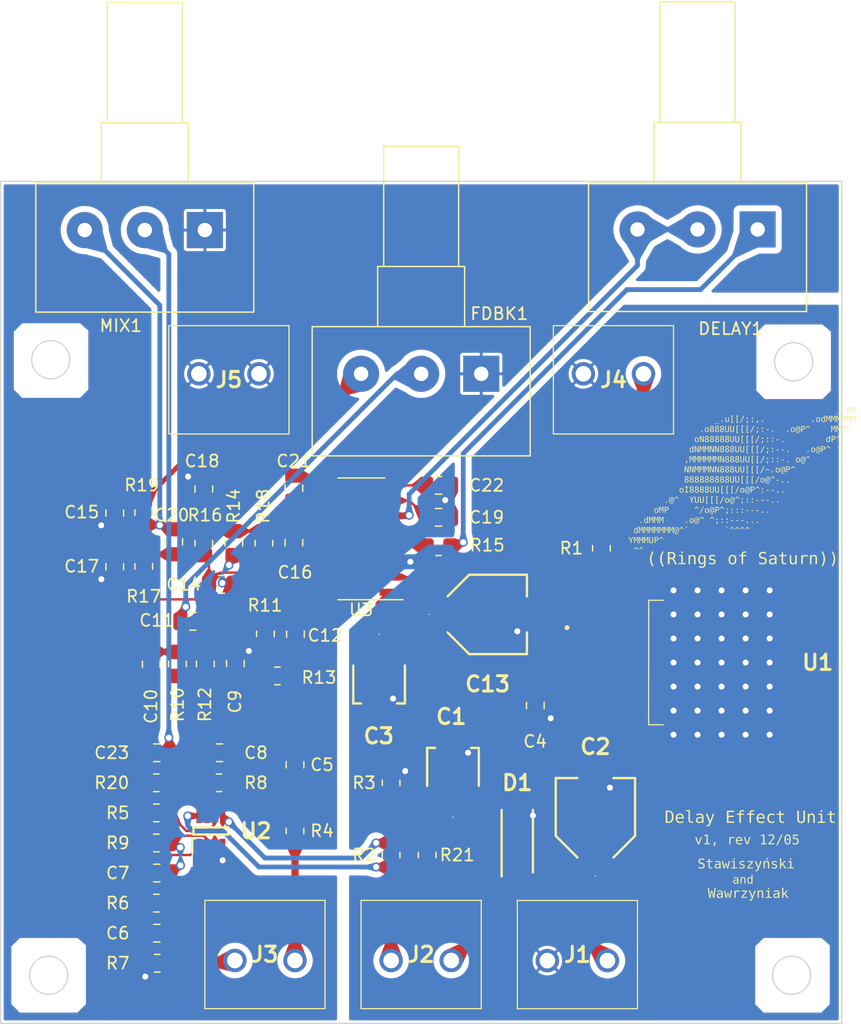
<source format=kicad_pcb>
(kicad_pcb (version 20221018) (generator pcbnew)
  (layers (0 "F.Cu" signal) (31 "B.Cu" signal) (34 "B.Paste" user) (35 "F.Paste" user) (36 "B.SilkS" user "B.Silkscreen") (37 "F.SilkS" user "F.Silkscreen") (38 "B.Mask" user) (39 "F.Mask" user) (44 "Edge.Cuts" user))
  (net 0 "")
  (net 1 "/V_B")
  (net 2 "0")
  (net 3 "/+LED")
  (net 4 "/REG_OUT")
  (net 5 "Net-(C5-Pad1)")
  (net 6 "Net-(C5-Pad2)")
  (net 7 "/INPUT")
  (net 8 "Net-(C6-Pad2)")
  (net 9 "Net-(U2A--)")
  (net 10 "/SIGNAL_CLEAN")
  (net 11 "Net-(U2B--)")
  (net 12 "Net-(C9-Pad1)")
  (net 13 "Net-(C10-Pad1)")
  (net 14 "Net-(C11-Pad1)")
  (net 15 "Net-(C11-Pad2)")
  (net 16 "Net-(U3-LPF1-IN)")
  (net 17 "Net-(U3-LPF1-OUT)")
  (net 18 "Net-(U3-REF)")
  (net 19 "Net-(U3-LPF2-OUT)")
  (net 20 "Net-(U3-LPF2-IN)")
  (net 21 "Net-(C15-Pad1)")
  (net 22 "Net-(U3-OP2-OUT)")
  (net 23 "Net-(U3-OP2-IN)")
  (net 24 "Net-(C17-Pad2)")
  (net 25 "Net-(C18-Pad2)")
  (net 26 "Net-(U3-CC1)")
  (net 27 "Net-(C20-Pad2)")
  (net 28 "Net-(U3-OP1-IN)")
  (net 29 "Net-(U3-OP1-OUT)")
  (net 30 "Net-(U3-CC0)")
  (net 31 "Net-(C23-Pad1)")
  (net 32 "/SIGNAL_WET")
  (net 33 "/-LED")
  (net 34 "Net-(D2-A)")
  (net 35 "Net-(DELAY1-Pad1)")
  (net 36 "Net-(U3-VCO)")
  (net 37 "/OUTPUT")
  (net 38 "VDD")
  (net 39 "Net-(U3-DGND)")
  (footprint "Resistor_SMD:R_0805_2012Metric_Pad1.20x1.40mm_HandSolder" (layer "F.Cu") (at 131.911 100.075 -90)
    (fp_text reference "R16")
    (fp_text value "10k" hide)
  )
  (footprint "Resistor_SMD:R_0805_2012Metric_Pad1.20x1.40mm_HandSolder" (layer "F.Cu") (at 165 100.5 -90)
    (fp_text reference "R1")
    (fp_text value "33" hide)
  )
  (footprint "Capacitor_SMD:C_0805_2012Metric_Pad1.18x1.45mm_HandSolder" (layer "F.Cu") (at 128 127.5 180)
    (fp_text reference "C7")
    (fp_text value "47pF" hide)
  )
  (footprint "Terminal:TB00150002BE" (layer "F.Cu") (at 136.5 86 180)
    (fp_text reference "J5")
    (fp_text value "IO_Ground_Terminal_01x02" hide)
  )
  (footprint "Capacitor_SMD:C_0805_2012Metric_Pad1.18x1.45mm_HandSolder" (layer "F.Cu") (at 151.4485 97.9275)
    (fp_text reference "C19")
    (fp_text value "100nF" hide)
  )
  (footprint "Capacitor_SMD:C_0805_2012Metric_Pad1.18x1.45mm_HandSolder" (layer "F.Cu") (at 139.5375 107.65 -90)
    (fp_text reference "C12")
    (fp_text value "2n2" hide)
  )
  (footprint "Resistor_SMD:R_0805_2012Metric_Pad1.20x1.40mm_HandSolder" (layer "F.Cu") (at 126.911 97.5375 -90)
    (fp_text reference "R19")
    (fp_text value "2k" hide)
  )
  (footprint "Resistor_SMD:R_0805_2012Metric_Pad1.20x1.40mm_HandSolder" (layer "F.Cu") (at 127.9625 125 180)
    (fp_text reference "R9")
    (fp_text value "360k" hide)
  )
  (footprint "Resistor_SMD:R_0805_2012Metric_Pad1.20x1.40mm_HandSolder" (layer "F.Cu") (at 138.0375 111.1125)
    (fp_text reference "R13")
    (fp_text value "10k" hide)
  )
  (footprint "Package_SO:SOIC-16_3.9x9.9mm_P1.27mm" (layer "F.Cu") (at 145.025 99.7165 180)
    (fp_text reference "U3")
    (fp_text value "PT2399")
  )
  (footprint "Resistor_SMD:R_0805_2012Metric_Pad1.20x1.40mm_HandSolder" (layer "F.Cu") (at 136.911 100.075 -90)
    (fp_text reference "R18")
    (fp_text value "10k" hide)
  )
  (footprint "Resistor_SMD:R_0805_2012Metric_Pad1.20x1.40mm_HandSolder" (layer "F.Cu") (at 151.439979 100.3715 180)
    (fp_text reference "R15")
    (fp_text value "2k7" hide)
  )
  (footprint "Capacitor_SMD:C_0805_2012Metric_Pad1.18x1.45mm_HandSolder" (layer "F.Cu") (at 139.411 100.0375 90)
    (fp_text reference "C16")
    (fp_text value "100nF" hide)
  )
  (footprint "Diodes:TB00150002BE" (layer "F.Cu") (at 147.5 134.7715)
    (fp_text reference "J2")
    (fp_text value "LED_Socket_01x02" hide)
  )
  (footprint "Capacitor_SMD:C_0805_2012Metric_Pad1.18x1.45mm_HandSolder" (layer "F.Cu") (at 129.411 99.9625 90)
    (fp_text reference "C20")
    (fp_text value "1uF" hide)
  )
  (footprint "Terminal:TB00150002BE" (layer "F.Cu") (at 168.5 86 180)
    (fp_text reference "J4")
    (fp_text value "Power_Supply_Terminal_01x02" hide)
  )
  (footprint "Resistor_SMD:R_0805_2012Metric_Pad1.20x1.40mm_HandSolder" (layer "F.Cu") (at 133.175 119.997 180)
    (fp_text reference "R8")
    (fp_text value "12k" hide)
  )
  (footprint "Resistor_SMD:R_0805_2012Metric_Pad1.20x1.40mm_HandSolder" (layer "F.Cu") (at 134.411 100.075 90)
    (fp_text reference "R14")
    (fp_text value "20k" hide)
  )
  (footprint "Potentiometer_THT:Potentiometer_Alps_RK163_Single_Horizontal" (layer "F.Cu") (at 155 86 -90)
    (fp_text reference "FDBK1")
    (fp_text value "50kB")
  )
  (footprint "Resistor_SMD:R_0805_2012Metric_Pad1.20x1.40mm_HandSolder" (layer "F.Cu") (at 127.9625 122.5)
    (fp_text reference "R5")
    (fp_text value "22k" hide)
  )
  (footprint "Capacitor_SMD:C_0805_2012Metric_Pad1.18x1.45mm_HandSolder" (layer "F.Cu") (at 133.3735 103.5 180)
    (fp_text reference "C14")
    (fp_text value "2n2" hide)
  )
  (footprint "Capacitor:EEE1AA101SP" (layer "F.Cu") (at 155.5 106)
    (fp_text reference "C13")
    (fp_text value "47uF" hide)
  )
  (footprint "Ic:SOT65P280X110-8N" (layer "F.Cu") (at 132.5 124 90)
    (fp_text reference "U2")
    (fp_text value "TL072" hide)
  )
  (footprint "Capacitor_SMD:C_0805_2012Metric_Pad1.18x1.45mm_HandSolder" (layer "F.Cu") (at 128 117.5 180)
    (fp_text reference "C23")
    (fp_text value "1uF" hide)
  )
  (footprint "Capacitor_SMD:C_0805_2012Metric_Pad1.18x1.45mm_HandSolder" (layer "F.Cu") (at 124.5 97.575 -90)
    (fp_text reference "C15")
    (fp_text value "47nF" hide)
  )
  (footprint "Resistor_SMD:R_0805_2012Metric_Pad1.20x1.40mm_HandSolder" (layer "F.Cu") (at 127.9625 130)
    (fp_text reference "R6")
    (fp_text value "180k" hide)
  )
  (footprint "Resistor_SMD:R_0805_2012Metric_Pad1.20x1.40mm_HandSolder" (layer "F.Cu") (at 139.5 124 -90)
    (fp_text reference "R4")
    (fp_text value "1k" hide)
  )
  (footprint "Capacitor:EEE1AA220WR" (layer "F.Cu") (at 146.5 111.25 -90)
    (fp_text reference "C3")
    (fp_text value "10uF" hide)
  )
  (footprint "Capacitor_SMD:C_0805_2012Metric_Pad1.18x1.45mm_HandSolder" (layer "F.Cu") (at 124.5 102.0375 90)
    (fp_text reference "C17")
    (fp_text value "10nF" hide)
  )
  (footprint "Resistor_SMD:R_0805_2012Metric_Pad1.20x1.40mm_HandSolder" (layer "F.Cu") (at 132.0375 110.1125 90)
    (fp_text reference "R12")
    (fp_text value "5k1" hide)
  )
  (footprint "Resistor_SMD:R_0805_2012Metric_Pad1.20x1.40mm_HandSolder" (layer "F.Cu") (at 150.5 126 90)
    (fp_text reference "R21")
    (fp_text value "4k7" hide)
  )
  (footprint "Capacitor_SMD:C_0805_2012Metric_Pad1.18x1.45mm_HandSolder" (layer "F.Cu") (at 131 106.575 180)
    (fp_text reference "C11")
    (fp_text value "22nF" hide)
  )
  (footprint "Diodes:DIOM5226X240N" (layer "F.Cu") (at 158 124.85 90)
    (fp_text reference "D1")
    (fp_text value "1N4001" hide)
  )
  (footprint "Capacitor_SMD:C_0805_2012Metric_Pad1.18x1.45mm_HandSolder" (layer "F.Cu") (at 131.911 95.575 -90)
    (fp_text reference "C18")
    (fp_text value "15nF" hide)
  )
  (footprint "Resistor_SMD:R_0805_2012Metric_Pad1.20x1.40mm_HandSolder" (layer "F.Cu") (at 128.0375 135 180)
    (fp_text reference "R7")
    (fp_text value "1M" hide)
  )
  (footprint "Capacitor_SMD:C_0805_2012Metric_Pad1.18x1.45mm_HandSolder" (layer "F.Cu") (at 139.411 95.504 90)
    (fp_text reference "C21")
    (fp_text value "100nF" hide)
  )
  (footprint "Ic:L7805CD2T" (layer "F.Cu") (at 170.138 110 -90)
    (fp_text reference "U1")
    (fp_text value "L7805" hide)
  )
  (footprint "Terminal:TB00150002BE" (layer "F.Cu") (at 134.5 134.7695)
    (fp_text reference "J3")
    (fp_text value "Footswitch_Terminal_Signal_01x02" hide)
  )
  (footprint "Resistor_SMD:R_0805_2012Metric_Pad1.20x1.40mm_HandSolder" (layer "F.Cu") (at 129.718 110.1125 90)
    (fp_text reference "R10")
    (fp_text value "10k" hide)
  )
  (footprint "Resistor_SMD:R_0805_2012Metric_Pad1.20x1.40mm_HandSolder" (layer "F.Cu") (at 147.5 120 90)
    (fp_text reference "R3")
    (fp_text value "10k" hide)
  )
  (footprint "Resistor_SMD:R_0805_2012Metric_Pad1.20x1.40mm_HandSolder" (layer "F.Cu") (at 127.9625 120 180)
    (fp_text reference "R20")
    (fp_text value "20k" hide)
  )
  (footprint "Capacitor:EEE1AA220WR" (layer "F.Cu") (at 152.64856 119.25 90)
    (fp_text reference "C1")
    (fp_text value "10uF" hide)
  )
  (footprint "Resistor_SMD:R_0805_2012Metric_Pad1.20x1.40mm_HandSolder" (layer "F.Cu") (at 126.911 102 90)
    (fp_text reference "R17")
    (fp_text value "1k" hide)
  )
  (footprint "Capacitor_SMD:C_0805_2012Metric_Pad1.18x1.45mm_HandSolder" (layer "F.Cu") (at 159.5 113.5775 -90)
    (fp_text reference "C4")
    (fp_text value "100nF" hide)
  )
  (footprint "Capacitor_SMD:C_0805_2012Metric_Pad1.18x1.45mm_HandSolder" (layer "F.Cu") (at 133.2125 117.5 180)
    (fp_text reference "C8")
    (fp_text value "100pF" hide)
  )
  (footprint "Capacitor_SMD:C_0805_2012Metric_Pad1.18x1.45mm_HandSolder" (layer "F.Cu") (at 134.5375 110.075 90)
    (fp_text reference "C9")
    (fp_text value "4n7" hide)
  )
  (footprint "Capacitor_SMD:C_0805_2012Metric_Pad1.18x1.45mm_HandSolder" (layer "F.Cu") (at 151.4485 95.2715)
    (fp_text reference "C22")
    (fp_text value "100nF" hide)
  )
  (footprint "Capacitor_SMD:C_0805_2012Metric_Pad1.18x1.45mm_HandSolder" (layer "F.Cu") (at 128 132.5 180)
    (fp_text reference "C6")
    (fp_text value "22nF" hide)
  )
  (footprint "Capacitor:EEE1AA101SP" (layer "F.Cu") (at 164.5 122.9055 90)
    (fp_text reference "C2")
    (fp_text value "100uF" hide)
  )
  (footprint "Potentiometer_THT:Potentiometer_Alps_RK163_Single_Horizontal" (layer "F.Cu") (at 132 74.05 -90)
    (fp_text reference "MIX1")
    (fp_text value "50kB")
  )
  (footprint "Terminal:TB00150002BE" (layer "F.Cu") (at 160.5 134.7795)
    (fp_text reference "J1")
    (fp_text value "Footswitch_Terminal_01x02" hide)
  )
  (footprint "Capacitor_SMD:C_0805_2012Metric_Pad1.18x1.45mm_HandSolder" (layer "F.Cu") (at 139.5 118.5 -90)
    (fp_text reference "C5")
    (fp_text value "1uF" hide)
  )
  (footprint "Capacitor_SMD:C_0805_2012Metric_Pad1.18x1.45mm_HandSolder" (layer "F.Cu") (at 127.5375 110.15 -90)
    (fp_text reference "C10")
    (fp_text value "1uF" hide)
  )
  (footprint "Potentiometer_THT:Potentiometer_Alps_RK163_Single_Horizontal" (layer "F.Cu") (at 178 74 -90)
    (fp_text reference "DELAY1")
    (fp_text value "50kB")
  )
  (footprint "Resistor_SMD:R_0805_2012Metric_Pad1.20x1.40mm_HandSolder" (layer "F.Cu") (at 147.5 126 -90)
    (fp_text reference "R2")
    (fp_text value "10k" hide)
  )
  (footprint "Resistor_SMD:R_0805_2012Metric_Pad1.20x1.40mm_HandSolder" (layer "F.Cu") (at 137.0375 107.6125 90)
    (fp_text reference "R11")
    (fp_text value "10k" hide)
  )
  (gr_circle (center 181 85) (end 182.5875 85) (stroke (width 0.1)) (fill none) (layer "Edge.Cuts"))
  (gr_circle (center 119.175 84.825) (end 120.7625 84.825) (stroke (width 0.1)) (fill none) (layer "Edge.Cuts"))
  (gr_line (start 115 70) (end 115 140) (stroke (width 0.1)) (layer "Edge.Cuts"))
  (gr_line (start 115 140) (end 185 140) (stroke (width 0.1)) (layer "Edge.Cuts"))
  (gr_line (start 185 140) (end 185 70) (stroke (width 0.1)) (layer "Edge.Cuts"))
  (gr_circle (center 180.825 136) (end 182.4125 136) (stroke (width 0.1)) (fill none) (layer "Edge.Cuts"))
  (gr_circle (center 119 136) (end 120.5875 136) (stroke (width 0.1)) (fill none) (layer "Edge.Cuts"))
  (gr_line (start 185 70) (end 115 70) (stroke (width 0.1)) (layer "Edge.Cuts"))
  (gr_text "Delay Effect Unit" (at 170.25 123.5) (layer "F.SilkS") (effects (font (size 1 1)) (justify left bottom)))
  (gr_text "Wawrzyniak" (at 173.849548 129.7) (layer "F.SilkS") (effects (font (size 0.8 0.8)) (justify left bottom)))
  (gr_text "Stawiszyński" (at 173 127.25) (layer "F.SilkS") (effects (font (size 0.8 0.8)) (justify left bottom)))
  (gr_text "and" (at 175.9 128.5) (layer "F.SilkS") (effects (font (size 0.7 0.7)) (justify left bottom)))
  (gr_text "                                         _.oo.\n                 _.u[[/;:,.         .odMMMMMM'\n              .o888UU[[[/;:-.  .o@P^    MMM^\n             oN88888UU[[[/;::-.        dP^\n            dNMMNN888UU[[[/;:--.   .o@P^\n           ,MMMMMMN888UU[[/;::-. o@^\n           NNMMMNN888UU[[[/~.o@P^\n           888888888UU[[[/o@^-..\n          oI8888UU[[[/o@P^:--..\n       .@^  YUU[[[/o@^;::---..\n     oMP     ^/o@P^;:::---..\n  .dMMM    .o@^ ^;::---...\n dMMMMMMM@^`       `^^^^\nYMMMUP^\n ^^" (at 167.25 101) (layer "F.SilkS") (effects (font (size 0.5 0.5) (thickness 0.0625)) (justify left bottom)))
  (gr_text "((Rings of Saturn))" (at 168.75 102) (layer "F.SilkS") (effects (font (size 1 1)) (justify left bottom)))
  (gr_text "v1, rev 12/05" (at 172.75 125.25) (layer "F.SilkS") (effects (font (size 0.8 0.8)) (justify left bottom)))
  (segment (start 133.475 122.75) (end 133.5 122.75) (width 0.4) (layer "F.Cu") (net 1))
  (segment (start 133.475 123.7) (end 132.825 124.35) (width 0.2) (layer "F.Cu") (net 1))
  (segment (start 133.5 122.75) (end 134 123.25) (width 0.4) (layer "F.Cu") (net 1))
  (segment (start 147.5 121) (end 152.64856 121) (width 0.6) (layer "F.Cu") (net 1))
  (segment (start 147.5 125) (end 146.25 125) (width 0.4) (layer "F.Cu") (net 1))
  (segment (start 133.475 122.75) (end 133.475 123.7) (width 0.2) (layer "F.Cu") (net 1))
  (segment (start 147.5 125) (end 147.5 121) (width 0.6) (layer "F.Cu") (net 1))
  (segment (start 132.825 124.35) (end 132.825 125.25) (width 0.2) (layer "F.Cu") (net 1))
  (via (at 134 123.25) (size 0.75) (drill 0.5) (layers "F.Cu" "B.Cu") (net 1))
  (via (at 146.25 125) (size 0.75) (drill 0.5) (layers "F.Cu" "B.Cu") (net 1))
  (segment (start 145 126.25) (end 137 126.25) (width 0.4) (layer "B.Cu") (net 1))
  (segment (start 146.25 125) (end 145 126.25) (width 0.4) (layer "B.Cu") (net 1))
  (segment (start 137 126.25) (end 134 123.25) (width 0.4) (layer "B.Cu") (net 1))
  (segment (start 133.475 126.437735) (end 133.478803 126.441538) (width 0.4) (layer "F.Cu") (net 2))
  (segment (start 147.5 101.6215) (end 149.099385 101.6215) (width 0.4) (layer "F.Cu") (net 2))
  (segment (start 131.911 94.5375) (end 130.605384 94.5375) (width 0.4) (layer "F.Cu") (net 2))
  (segment (start 130.605384 94.5375) (end 130.601923 94.540961) (width 0.4) (layer "F.Cu") (net 2))
  (segment (start 160.758365 114.615) (end 160.777884 114.634519) (width 0.4) (layer "F.Cu") (net 2))
  (segment (start 159.282116 122.7) (end 159.3 122.717884) (width 0.4) (layer "F.Cu") (net 2))
  (segment (start 152.64856 117.5) (end 153.9 117.5) (width 0.4) (layer "F.Cu") (net 2))
  (segment (start 158 122.7) (end 159.282116 122.7) (width 0.4) (layer "F.Cu") (net 2))
  (segment (start 147.5 119) (end 148.64625 119) (width 0.4) (layer "F.Cu") (net 2))
  (segment (start 127.0375 135) (end 127.0375 136.109165) (width 0.4) (layer "F.Cu") (net 2))
  (segment (start 158 106) (end 158 107.4) (width 0.4) (layer "F.Cu") (net 2))
  (segment (start 159.5 114.615) (end 160.758365 114.615) (width 0.4) (layer "F.Cu") (net 2))
  (segment (start 124.5 98.6125) (end 123.391923 98.6125) (width 0.4) (layer "F.Cu") (net 2))
  (segment (start 124.5 103.075) (end 123.385672 103.075) (width 0.4) (layer "F.Cu") (net 2))
  (segment (start 149.099385 101.6215) (end 149.1 101.622115) (width 0.4) (layer "F.Cu") (net 2))
  (segment (start 148.64625 119) (end 148.672211 119.025961) (width 0.4) (layer "F.Cu") (net 2))
  (segment (start 135.6575 109.0375) (end 135.66173 109.04173) (width 0.4) (layer "F.Cu") (net 2))
  (segment (start 146.5 113) (end 147.660576 113) (width 0.4) (layer "F.Cu") (net 2))
  (segment (start 147.660576 113) (end 147.66173 112.998846) (width 0.4) (layer "F.Cu") (net 2))
  (segment (start 152.486 96.5) (end 152.486 97.9275) (width 0.4) (layer "F.Cu") (net 2))
  (segment (start 164.5 120.4055) (end 165.701807 120.4055) (width 0.4) (layer "F.Cu") (net 2))
  (segment (start 152.486 96.5) (end 152 96.5) (width 0.4) (layer "F.Cu") (net 2))
  (segment (start 133.475 125.25) (end 133.475 126.437735) (width 0.4) (layer "F.Cu") (net 2))
  (segment (start 165.701807 120.4055) (end 165.705288 120.402019) (width 0.4) (layer "F.Cu") (net 2))
  (segment (start 134.5375 109.0375) (end 135.6575 109.0375) (width 0.4) (layer "F.Cu") (net 2))
  (segment (start 127.0375 136.109165) (end 127.036153 136.110512) (width 0.4) (layer "F.Cu") (net 2))
  (segment (start 152.486 95.2715) (end 152.486 96.5) (width 0.4) (layer "F.Cu") (net 2))
  (segment (start 123.385672 103.075) (end 123.384519 103.076153) (width 0.4) (layer "F.Cu") (net 2))
  (segment (start 123.391923 98.6125) (end 123.374038 98.594615) (width 0.4) (layer "F.Cu") (net 2))
  (segment (start 159.126731 122.7) (end 159.144615 122.717884) (width 0.4) (layer "F.Cu") (net 2))
  (segment (start 149.292269 101.6215) (end 149.292884 101.622115) (width 0.4) (layer "F.Cu") (net 2))
  (via (at 135.66173 109.04173) (size 0.75) (drill 0.5) (layers "F.Cu" "B.Cu") (net 2))
  (via (at 175 108) (size 0.75) (drill 0.5) (layers "F.Cu" "B.Cu") (net 2))
  (via (at 173 106) (size 0.75) (drill 0.5) (layers "F.Cu" "B.Cu") (net 2))
  (via (at 153.9 117.5) (size 0.75) (drill 0.5) (layers "F.Cu" "B.Cu") (net 2))
  (via (at 158 107.4) (size 0.75) (drill 0.5) (layers "F.Cu" "B.Cu") (net 2))
  (via (at 179 112) (size 0.75) (drill 0.5) (layers "F.Cu" "B.Cu") (net 2))
  (via (at 171 112) (size 0.75) (drill 0.5) (layers "F.Cu" "B.Cu") (net 2))
  (via (at 171 116) (size 0.75) (drill 0.5) (layers "F.Cu" "B.Cu") (net 2))
  (via (at 177 108) (size 0.75) (drill 0.5) (layers "F.Cu" "B.Cu") (net 2))
  (via (at 171 110) (size 0.75) (drill 0.5) (layers "F.Cu" "B.Cu") (net 2))
  (via (at 173 108) (size 0.75) (drill 0.5) (layers "F.Cu" "B.Cu") (net 2))
  (via (at 149.1 101.622115) (size 0.75) (drill 0.5) (layers "F.Cu" "B.Cu") (net 2))
  (via (at 177 116) (size 0.75) (drill 0.5) (layers "F.Cu" "B.Cu") (net 2))
  (via (at 123.374038 98.594615) (size 0.75) (drill 0.5) (layers "F.Cu" "B.Cu") (net 2))
  (via (at 179 110) (size 0.75) (drill 0.5) (layers "F.Cu" "B.Cu") (net 2))
  (via (at 175 114) (size 0.75) (drill 0.5) (layers "F.Cu" "B.Cu") (net 2))
  (via (at 133.478803 126.441538) (size 0.75) (drill 0.5) (layers "F.Cu" "B.Cu") (net 2))
  (via (at 130.601923 94.540961) (size 0.75) (drill 0.5) (layers "F.Cu" "B.Cu") (net 2))
  (via (at 173 114) (size 0.75) (drill 0.5) (layers "F.Cu" "B.Cu") (net 2))
  (via (at 127.036153 136.110512) (size 0.75) (drill 0.5) (layers "F.Cu" "B.Cu") (net 2))
  (via (at 179 106) (size 0.75) (drill 0.5) (layers "F.Cu" "B.Cu") (net 2))
  (via (at 171 108) (size 0.75) (drill 0.5) (layers "F.Cu" "B.Cu") (net 2))
  (via (at 177 106) (size 0.75) (drill 0.5) (layers "F.Cu" "B.Cu") (net 2))
  (via (at 179 116) (size 0.75) (drill 0.5) (layers "F.Cu" "B.Cu") (net 2))
  (via (at 175 112) (size 0.75) (drill 0.5) (layers "F.Cu" "B.Cu") (net 2))
  (via (at 171 106) (size 0.75) (drill 0.5) (layers "F.Cu" "B.Cu") (net 2))
  (via (at 152 96.5) (size 0.75) (drill 0.5) (layers "F.Cu" "B.Cu") (net 2))
  (via (at 177 114) (size 0.75) (drill 0.5) (layers "F.Cu" "B.Cu") (net 2))
  (via (at 179 108) (size 0.75) (drill 0.5) (layers "F.Cu" "B.Cu") (net 2))
  (via (at 171 114) (size 0.75) (drill 0.5) (layers "F.Cu" "B.Cu") (net 2))
  (via (at 179 114) (size 0.75) (drill 0.5) (layers "F.Cu" "B.Cu") (net 2))
  (via (at 175 104) (size 0.75) (drill 0.5) (layers "F.Cu" "B.Cu") (net 2))
  (via (at 173 110) (size 0.75) (drill 0.5) (layers "F.Cu" "B.Cu") (net 2))
  (via (at 173 116) (size 0.75) (drill 0.5) (layers "F.Cu" "B.Cu") (net 2))
  (via (at 173 104) (size 0.75) (drill 0.5) (layers "F.Cu" "B.Cu") (net 2))
  (via (at 179 104) (size 0.75) (drill 0.5) (layers "F.Cu" "B.Cu") (net 2))
  (via (at 165.705288 120.402019) (size 0.75) (drill 0.5) (layers "F.Cu" "B.Cu") (net 2))
  (via (at 148.672211 119.025961) (size 0.75) (drill 0.5) (layers "F.Cu" "B.Cu") (net 2))
  (via (at 175 110) (size 0.75) (drill 0.5) (layers "F.Cu" "B.Cu") (net 2))
  (via (at 123.384519 103.076153) (size 0.75) (drill 0.5) (layers "F.Cu" "B.Cu") (net 2))
  (via (at 175 116) (size 0.75) (drill 0.5) (layers "F.Cu" "B.Cu") (net 2))
  (via (at 159.3 122.717884) (size 0.75) (drill 0.5) (layers "F.Cu" "B.Cu") (net 2))
  (via (at 173 112) (size 0.75) (drill 0.5) (layers "F.Cu" "B.Cu") (net 2))
  (via (at 177 112) (size 0.75) (drill 0.5) (layers "F.Cu" "B.Cu") (net 2))
  (via (at 177 104) (size 0.75) (drill 0.5) (layers "F.Cu" "B.Cu") (net 2))
  (via (at 175 106) (size 0.75) (drill 0.5) (layers "F.Cu" "B.Cu") (net 2))
  (via (at 160.777884 114.634519) (size 0.75) (drill 0.5) (layers "F.Cu" "B.Cu") (net 2))
  (via (at 171 104) (size 0.75) (drill 0.5) (layers "F.Cu" "B.Cu") (net 2))
  (via (at 177 110) (size 0.75) (drill 0.5) (layers "F.Cu" "B.Cu") (net 2))
  (via (at 147.66173 112.998846) (size 0.75) (drill 0.5) (layers "F.Cu" "B.Cu") (net 2))
  (segment (start 165 107.46) (end 168 110.46) (width 0.6) (layer "F.Cu") (net 3))
  (segment (start 147.5 134.7715) (end 147.5 127) (width 0.6) (layer "F.Cu") (net 3))
  (segment (start 130.581537 122.75) (end 130.575961 122.755576) (width 0.4) (layer "F.Cu") (net 3))
  (segment (start 162.9055 127) (end 158 127) (width 0.6) (layer "F.Cu") (net 3))
  (segment (start 168 110.46) (end 168 121.9055) (width 0.6) (layer "F.Cu") (net 3))
  (segment (start 147.5 127) (end 146.25 127) (width 0.4) (layer "F.Cu") (net 3))
  (segment (start 164.5 125.4055) (end 162.9055 127) (width 0.6) (layer "F.Cu") (net 3))
  (segment (start 150.5 127) (end 158 127) (width 0.6) (layer "F.Cu") (net 3))
  (segment (start 165 101.5) (end 165 107.46) (width 0.6) (layer "F.Cu") (net 3))
  (segment (start 131.525 122.75) (end 130.581537 122.75) (width 0.4) (layer "F.Cu") (net 3))
  (segment (start 150.5 127) (end 147.5 127) (width 0.6) (layer "F.Cu") (net 3))
  (segment (start 168 121.9055) (end 164.5 125.4055) (width 0.6) (layer "F.Cu") (net 3))
  (via (at 130.575961 122.755576) (size 0.75) (drill 0.5) (layers "F.Cu" "B.Cu") (net 3))
  (via (at 146.25 127) (size 0.75) (drill 0.5) (layers "F.Cu" "B.Cu") (net 3))
  (segment (start 133.5 124) (end 136.5 127) (width 0.4) (layer "B.Cu") (net 3))
  (segment (start 131 124) (end 133.5 124) (width 0.4) (layer "B.Cu") (net 3))
  (segment (start 130.575961 123.575961) (end 131 124) (width 0.4) (layer "B.Cu") (net 3))
  (segment (start 136.5 127) (end 146.25 127) (width 0.4) (layer "B.Cu") (net 3))
  (segment (start 130.575961 122.755576) (end 130.575961 123.575961) (width 0.4) (layer "B.Cu") (net 3))
  (segment (start 149.54 112.54) (end 146.5 109.5) (width 0.6) (layer "F.Cu") (net 4))
  (segment (start 159.5 112.54) (end 149.54 112.54) (width 0.6) (layer "F.Cu") (net 4))
  (segment (start 165 112.54) (end 159.5 112.54) (width 0.6) (layer "F.Cu") (net 4))
  (segment (start 146.5 105.1615) (end 147.5 104.1615) (width 0.6) (layer "F.Cu") (net 4))
  (segment (start 146.5 109.5) (end 146.5 105.1615) (width 0.6) (layer "F.Cu") (net 4))
  (segment (start 138.0375 116) (end 133.675 116) (width 0.6) (layer "F.Cu") (net 5))
  (segment (start 132.175 119.997) (end 132.175 122.75) (width 0.2) (layer "F.Cu") (net 5))
  (segment (start 139.5 117.4625) (end 138.0375 116) (width 0.6) (layer "F.Cu") (net 5))
  (segment (start 132.175 119.997) (end 132.175 117.5) (width 0.2) (layer "F.Cu") (net 5))
  (segment (start 133.675 116) (end 132.175 117.5) (width 0.6) (layer "F.Cu") (net 5))
  (segment (start 139.5 123) (end 139.5 119.5375) (width 0.6) (layer "F.Cu") (net 6))
  (segment (start 134.2695 135) (end 134.5 134.7695) (width 0.6) (layer "F.Cu") (net 7))
  (segment (start 129.0375 135) (end 129.0375 132.5) (width 0.2) (layer "F.Cu") (net 7))
  (segment (start 129 135) (end 134.2695 135) (width 0.6) (layer "F.Cu") (net 7))
  (segment (start 126.9625 132.5) (end 126.9625 130) (width 0.2) (layer "F.Cu") (net 8))
  (segment (start 128.9625 125) (end 129.5625 124.4) (width 0.2) (layer "F.Cu") (net 9))
  (segment (start 129.575461 125) (end 129.950961 125.3755) (width 0.2) (layer "F.Cu") (net 9))
  (segment (start 128.9625 127.575) (end 129.0375 127.5) (width 0.2) (layer "F.Cu") (net 9))
  (segment (start 129.5625 124.4) (end 131.9 124.4) (width 0.2) (layer "F.Cu") (net 9))
  (segment (start 129.327307 127.5) (end 129.968846 126.858461) (width 0.2) (layer "F.Cu") (net 9))
  (segment (start 132.175 124.675) (end 132.175 125.25) (width 0.2) (layer "F.Cu") (net 9))
  (segment (start 131.9 124.4) (end 132.175 124.675) (width 0.2) (layer "F.Cu") (net 9))
  (segment (start 128.9625 130) (end 128.9625 127.575) (width 0.2) (layer "F.Cu") (net 9))
  (segment (start 129.0375 127.5) (end 129.327307 127.5) (width 0.2) (layer "F.Cu") (net 9))
  (segment (start 128.9625 125) (end 129.575461 125) (width 0.2) (layer "F.Cu") (net 9))
  (via (at 129.950961 125.3755) (size 0.75) (drill 0.5) (layers "F.Cu" "B.Cu") (net 9))
  (via (at 129.968846 126.858461) (size 0.75) (drill 0.5) (layers "F.Cu" "B.Cu") (net 9))
  (segment (start 129.968846 126.858461) (end 129.968846 125.393385) (width 0.2) (layer "B.Cu") (net 9))
  (segment (start 129.968846 125.393385) (end 129.950961 125.3755) (width 0.2) (layer "B.Cu") (net 9))
  (segment (start 125.643713 112.356287) (end 125.643713 121.181213) (width 0.2) (layer "F.Cu") (net 10))
  (segment (start 125.643713 121.181213) (end 126.9625 122.5) (width 0.2) (layer "F.Cu") (net 10))
  (segment (start 130.775 126) (end 127.9625 126) (width 0.2) (layer "F.Cu") (net 10))
  (segment (start 131.525 125.25) (end 130.775 126) (width 0.2) (layer "F.Cu") (net 10))
  (segment (start 126.9625 125) (end 126.9625 122.5) (width 0.2) (layer "F.Cu") (net 10))
  (segment (start 126.8125 111.1875) (end 125.643713 112.356287) (width 0.2) (layer "F.Cu") (net 10))
  (segment (start 127.5375 111.1875) (end 126.8125 111.1875) (width 0.2) (layer "F.Cu") (net 10))
  (segment (start 126.9625 127.5) (end 126.9625 126.25) (width 0.2) (layer "F.Cu") (net 10))
  (segment (start 126.9625 126.25) (end 126.9625 125) (width 0.2) (layer "F.Cu") (net 10))
  (segment (start 127.9625 126) (end 126.9625 125) (width 0.2) (layer "F.Cu") (net 10))
  (segment (start 134.25 119.922) (end 134.175 119.997) (width 0.2) (layer "F.Cu") (net 11))
  (segment (start 134.175 119.997) (end 132.825 121.347) (width 0.2) (layer "F.Cu") (net 11))
  (segment (start 134.25 117.5) (end 134.25 119.922) (width 0.2) (layer "F.Cu") (net 11))
  (segment (start 132.825 121.347) (end 132.825 122.75) (width 0.2) (layer "F.Cu") (net 11))
  (segment (start 128.9625 120) (end 128.9625 122.5) (width 0.2) (layer "F.Cu") (net 11))
  (segment (start 130.4625 124) (end 132.25 124) (width 0.2) (layer "F.Cu") (net 11))
  (segment (start 128.9625 122.5) (end 130.4625 124) (width 0.2) (layer "F.Cu") (net 11))
  (segment (start 132.825 123.425) (end 132.825 122.75) (width 0.2) (layer "F.Cu") (net 11))
  (segment (start 132.25 124) (end 132.825 123.425) (width 0.2) (layer "F.Cu") (net 11))
  (segment (start 129.718 111.1125) (end 137.0375 111.1125) (width 0.2) (layer "F.Cu") (net 12))
  (segment (start 137.0375 111.1125) (end 137.0375 108.6125) (width 0.2) (layer "F.Cu") (net 12))
  (segment (start 127.5375 109.1125) (end 129.718 109.1125) (width 0.2) (layer "F.Cu") (net 13))
  (segment (start 132.0375 106.575) (end 132.0375 109.1125) (width 0.2) (layer "F.Cu") (net 14))
  (segment (start 129.9625 105.821615) (end 130.409615 105.3745) (width 0.4) (layer "F.Cu") (net 15))
  (segment (start 129.9625 106.575) (end 129.9625 105.821615) (width 0.4) (layer "F.Cu") (net 15))
  (via (at 130.409615 105.3745) (size 0.75) (drill 0.5) (layers "F.Cu" "B.Cu") (net 15))
  (segment (start 148 86) (end 150 86) (width 0.4) (layer "B.Cu") (net 15))
  (segment (start 130.409615 103.590385) (end 148 86) (width 0.4) (layer "B.Cu") (net 15))
  (segment (start 130.409615 105.3745) (end 130.409615 103.590385) (width 0.4) (layer "B.Cu") (net 15))
  (segment (start 139.5375 106.6125) (end 140.099 106.6125) (width 0.2) (layer "F.Cu") (net 16))
  (segment (start 140.099 106.6125) (end 142.55 104.1615) (width 0.2) (layer "F.Cu") (net 16))
  (segment (start 137.0375 106.6125) (end 139.5375 106.6125) (width 0.2) (layer "F.Cu") (net 16))
  (segment (start 140.2625 108.6875) (end 144 104.95) (width 0.2) (layer "F.Cu") (net 17))
  (segment (start 139.0375 109.15) (end 139.5375 108.65) (width 0.2) (layer "F.Cu") (net 17))
  (segment (start 143.525 102.8915) (end 142.55 102.8915) (width 0.2) (layer "F.Cu") (net 17))
  (segment (start 144 104.95) (end 144 103.3665) (width 0.2) (layer "F.Cu") (net 17))
  (segment (start 139.0375 111.1125) (end 139.0375 109.15) (width 0.2) (layer "F.Cu") (net 17))
  (segment (start 144 103.3665) (end 143.525 102.8915) (width 0.2) (layer "F.Cu") (net 17))
  (segment (start 139.5375 108.6875) (end 140.2625 108.6875) (width 0.2) (layer "F.Cu") (net 17))
  (segment (start 149.8915 102.8915) (end 147.5 102.8915) (width 0.2) (layer "F.Cu") (net 18))
  (segment (start 153 106) (end 149.8915 102.8915) (width 0.2) (layer "F.Cu") (net 18))
  (segment (start 134 101.9005) (end 134 101.486) (width 0.2) (layer "F.Cu") (net 19))
  (segment (start 139.6965 103.5) (end 141.575 101.6215) (width 0.2) (layer "F.Cu") (net 19))
  (segment (start 134.411 103.5) (end 139.6965 103.5) (width 0.2) (layer "F.Cu") (net 19))
  (segment (start 126.911 103) (end 126.911 103.661) (width 0.2) (layer "F.Cu") (net 19))
  (segment (start 133.5605 103.5) (end 133.448 103.3875) (width 0.2) (layer "F.Cu") (net 19))
  (segment (start 141.575 101.6215) (end 142.55 101.6215) (width 0.2) (layer "F.Cu") (net 19))
  (segment (start 134.411 103.5) (end 133.5605 103.5) (width 0.2) (layer "F.Cu") (net 19))
  (segment (start 128 104.75) (end 133.161 104.75) (width 0.2) (layer "F.Cu") (net 19))
  (segment (start 134 101.486) (end 134.411 101.075) (width 0.2) (layer "F.Cu") (net 19))
  (segment (start 126.911 103.661) (end 128 104.75) (width 0.2) (layer "F.Cu") (net 19))
  (segment (start 133.161 104.75) (end 134.411 103.5) (width 0.2) (layer "F.Cu") (net 19))
  (via (at 134 101.9005) (size 0.75) (drill 0.5) (layers "F.Cu" "B.Cu") (net 19))
  (via (at 133.448 103.3875) (size 0.75) (drill 0.5) (layers "F.Cu" "B.Cu") (net 19))
  (segment (start 133.448 102.552) (end 134 102) (width 0.2) (layer "B.Cu") (net 19))
  (segment (start 133.448 103.3875) (end 133.448 102.552) (width 0.2) (layer "B.Cu") (net 19))
  (segment (start 134 102) (end 134 101.9005) (width 0.2) (layer "B.Cu") (net 19))
  (segment (start 132.336 103.5) (end 133.311 102.525) (width 0.2) (layer "F.Cu") (net 20))
  (segment (start 132.336 103.5) (end 132.336 103.25) (width 0.2) (layer "F.Cu") (net 20))
  (segment (start 132.336 103.5) (end 132.336 101.5) (width 0.2) (layer "F.Cu") (net 20))
  (segment (start 139.480608 102.525) (end 141.654108 100.3515) (width 0.2) (layer "F.Cu") (net 20))
  (segment (start 133.311 102.525) (end 139.480608 102.525) (width 0.2) (layer "F.Cu") (net 20))
  (segment (start 141.654108 100.3515) (end 142.55 100.3515) (width 0.2) (layer "F.Cu") (net 20))
  (segment (start 132.336 101.5) (end 131.911 101.075) (width 0.2) (layer "F.Cu") (net 20))
  (segment (start 126.911 96.5375) (end 130.6985 92.75) (width 0.4) (layer "F.Cu") (net 21))
  (segment (start 130.6985 92.75) (end 138.25 92.75) (width 0.4) (layer "F.Cu") (net 21))
  (segment (start 124.5 96.5375) (end 126.911 96.5375) (width 0.2) (layer "F.Cu") (net 21))
  (segment (start 138.25 92.75) (end 145 86) (width 0.4) (layer "F.Cu") (net 21))
  (segment (start 141.442 99.0815) (end 142.55 99.0815) (width 0.2) (layer "F.Cu") (net 22))
  (segment (start 139.411 101.1125) (end 141.442 99.0815) (width 0.2) (layer "F.Cu") (net 22))
  (segment (start 136.911 101.075) (end 139.411 101.075) (width 0.2) (layer "F.Cu") (net 22))
  (segment (start 140.637 97.8115) (end 142.55 97.8115) (width 0.2) (layer "F.Cu") (net 23))
  (segment (start 139.411 99.0375) (end 140.637 97.8115) (width 0.2) (layer "F.Cu") (net 23))
  (segment (start 124.5 101) (end 126.911 101) (width 0.2) (layer "F.Cu") (net 24))
  (segment (start 126.911 101) (end 129.411 101) (width 0.2) (layer "F.Cu") (net 24))
  (segment (start 131.911 99.075) (end 134.411 99.075) (width 0.2) (layer "F.Cu") (net 25))
  (segment (start 131.911 99.075) (end 131.911 96.6125) (width 0.2) (layer "F.Cu") (net 25))
  (segment (start 134.411 99.075) (end 136.911 99.075) (width 0.2) (layer "F.Cu") (net 25))
  (segment (start 150.411 97.9275) (end 149.025 96.5415) (width 0.2) (layer "F.Cu") (net 26))
  (segment (start 149.025 96.5415) (end 147.5 96.5415) (width 0.2) (layer "F.Cu") (net 26))
  (segment (start 126.911 98.575) (end 128.25 98.575) (width 0.2) (layer "F.Cu") (net 27))
  (segment (start 129.061 98.575) (end 129.411 98.925) (width 0.2) (layer "F.Cu") (net 27))
  (segment (start 128.25 98.575) (end 129.061 98.575) (width 0.2) (layer "F.Cu") (net 27))
  (via (at 128.25 98.575) (size 0.75) (drill 0.5) (layers "F.Cu" "B.Cu") (net 27))
  (segment (start 128.25 80.3) (end 128.25 98.575) (width 0.4) (layer "B.Cu") (net 27))
  (segment (start 122 74.05) (end 128.25 80.3) (width 0.4) (layer "B.Cu") (net 27))
  (segment (start 139.411 96.5415) (end 142.55 96.5415) (width 0.2) (layer "F.Cu") (net 28))
  (segment (start 141.745 94.4665) (end 142.55 95.2715) (width 0.2) (layer "F.Cu") (net 29))
  (segment (start 139.411 94.4665) (end 141.745 94.4665) (width 0.2) (layer "F.Cu") (net 29))
  (segment (start 150.411 95.2715) (end 147.5 95.2715) (width 0.2) (layer "F.Cu") (net 30))
  (segment (start 129.0375 117.5) (end 129.0375 116.2875) (width 0.4) (layer "F.Cu") (net 31))
  (segment (start 129.0375 117.5) (end 129.0375 117.2875) (width 0.4) (layer "F.Cu") (net 31))
  (segment (start 129.0375 116.2875) (end 129 116.25) (width 0.4) (layer "F.Cu") (net 31))
  (segment (start 129.0375 117.2875) (end 129 117.25) (width 0.4) (layer "F.Cu") (net 31))
  (via (at 129 116.25) (size 0.75) (drill 0.5) (layers "F.Cu" "B.Cu") (net 31))
  (segment (start 129 76.05) (end 127 74.05) (width 0.4) (layer "B.Cu") (net 31))
  (segment (start 129 116.25) (end 129 76.05) (width 0.4) (layer "B.Cu") (net 31))
  (segment (start 126.9625 120) (end 126.9625 117.5) (width 0.2) (layer "F.Cu") (net 32))
  (segment (start 152.5 134.7715) (end 154.5215 132.75) (width 0.6) (layer "F.Cu") (net 33))
  (segment (start 165.5 134.7795) (end 165.5295 134.7795) (width 0.6) (layer "F.Cu") (net 33))
  (segment (start 154.5215 132.75) (end 163.4705 132.75) (width 0.6) (layer "F.Cu") (net 33))
  (segment (start 163.4705 132.75) (end 165.5 134.7795) (width 0.6) (layer "F.Cu") (net 33))
  (segment (start 165.5295 134.7795) (end 165.75 135) (width 0.6) (layer "F.Cu") (net 33))
  (segment (start 152.439979 100.3715) (end 153.1285 100.3715) (width 0.4) (layer "F.Cu") (net 35))
  (segment (start 178 74.111479) (end 178 74) (width 0.4) (layer "F.Cu") (net 35))
  (segment (start 153.1285 100.3715) (end 153.5 100) (width 0.4) (layer "F.Cu") (net 35))
  (via (at 153.5 100) (size 0.75) (drill 0.5) (layers "F.Cu" "B.Cu") (net 35))
  (segment (start 173.25 79) (end 178 74.25) (width 0.4) (layer "B.Cu") (net 35))
  (segment (start 153.5 100) (end 153.5 92.625) (width 0.4) (layer "B.Cu") (net 35))
  (segment (start 178 74.25) (end 178 74) (width 0.4) (layer "B.Cu") (net 35))
  (segment (start 153.5 92.625) (end 167.125 79) (width 0.4) (layer "B.Cu") (net 35))
  (segment (start 167.125 79) (end 173.25 79) (width 0.4) (layer "B.Cu") (net 35))
  (segment (start 148.9385 97.8115) (end 149 97.75) (width 0.4) (layer "F.Cu") (net 36))
  (segment (start 147.5 97.8115) (end 148.9385 97.8115) (width 0.4) (layer "F.Cu") (net 36))
  (via (at 149 97.75) (size 0.75) (drill 0.5) (layers "F.Cu" "B.Cu") (net 36))
  (segment (start 168 77) (end 168 74) (width 0.4) (layer "B.Cu") (net 36))
  (segment (start 149 97.75) (end 149 96) (width 0.4) (layer "B.Cu") (net 36))
  (segment (start 168 74) (end 173 74) (width 0.4) (layer "B.Cu") (net 36))
  (segment (start 149 96) (end 168 77) (width 0.4) (layer "B.Cu") (net 36))
  (segment (start 139.5 134.7695) (end 139.5 125) (width 0.6) (layer "F.Cu") (net 37))
  (segment (start 168.5 86) (end 168.5 96) (width 0.6) (layer "F.Cu") (net 38))
  (segment (start 168.5 96) (end 165 99.5) (width 0.6) (layer "F.Cu") (net 38))
  (segment (start 147.52 100.3715) (end 147.5 100.3515) (width 0.2) (layer "F.Cu") (net 39))
  (segment (start 150.439979 100.3715) (end 147.52 100.3715) (width 0.2) (layer "F.Cu") (net 39))
  (zone (net 0) (net_name "") (layer "B.Cu") (connect_pads (clearance 0)) (min_thickness 0.25)
    (keepout (tracks allowed) (vias allowed) (pads allowed) (copperpour not_allowed) (footprints allowed))
    (fill (thermal_gap 0.5) (thermal_bridge_width 0.5))
    (polygon (pts (xy 143 139.75) (xy 144 139.75) (xy 144 107.25) (xy 143 107.25)))
  )
  (zone (net 0) (net_name "") (layer "B.Cu") (connect_pads (clearance 0)) (min_thickness 0.25)
    (keepout (tracks allowed) (vias allowed) (pads allowed) (copperpour not_allowed) (footprints allowed))
    (fill (thermal_gap 0.5) (thermal_bridge_width 0.5))
    (polygon (pts (xy 131 127) (xy 130.5 126.75) (xy 130.5 124.5) (xy 131 124.5)))
  )
  (zone (net 0) (net_name "") (layer "B.Cu") (connect_pads (clearance 0)) (min_thickness 0.25)
    (keepout (tracks allowed) (vias allowed) (pads allowed) (copperpour not_allowed) (footprints allowed))
    (fill (thermal_gap 0.5) (thermal_bridge_width 0.5))
    (polygon (pts (xy 148.6 101) (xy 150.4 99.6) (xy 153 99.6) (xy 153 100.2) (xy 150.6 100.2) (xy 149.5 101)))
  )
  (zone (net 0) (net_name "") (layer "B.Cu") (connect_pads (clearance 0)) (min_thickness 0.25)
    (keepout (tracks allowed) (vias allowed) (pads allowed) (copperpour not_allowed) (footprints allowed))
    (fill (thermal_gap 0.5) (thermal_bridge_width 0.5))
    (polygon (pts (xy 143 107.25) (xy 148.6 102.25) (xy 149.5 102.25) (xy 144 107.25)))
  )
  (zone (net 0) (net_name "") (layer "B.Cu") (connect_pads (clearance 0)) (min_thickness 0.25)
    (keepout (tracks allowed) (vias allowed) (pads allowed) (copperpour not_allowed) (footprints allowed))
    (fill (thermal_gap 0.5) (thermal_bridge_width 0.5))
    (polygon (pts (xy 166.5 80.25) (xy 184.75 80.25) (xy 184.75 79.25) (xy 167.5 79.25)))
  )
  (zone locked (net 2) (net_name "0") (layer "B.Cu") (name "GND") (connect_pads thru_hole_only (clearance 0.5)) (min_thickness 0.25) (fill yes (thermal_gap 0.25) (thermal_bridge_width 0.25))
    (polygon (pts (xy 115 70) (xy 185 70) (xy 185 140) (xy 115 140)))
  )
  (zone (net 0) (net_name "") (layers "B.Cu" "Edge.Cuts") (connect_pads (clearance 0)) (min_thickness 0.25)
    (keepout (tracks allowed) (vias allowed) (pads allowed) (copperpour not_allowed) (footprints allowed))
    (fill (thermal_gap 0.5) (thermal_bridge_width 0.5))
    (polygon (pts (xy 115.9 133.6) (xy 116.6 132.9) (xy 121.4 132.9) (xy 122.1 133.5) (xy 122.1 138.4) (xy 121.4 139.1) (xy 116.6 139.1) (xy 115.9 138.4)))
  )
  (zone (net 0) (net_name "") (layers "B.Cu" "Edge.Cuts") (connect_pads (clearance 0)) (min_thickness 0.25)
    (keepout (tracks allowed) (vias allowed) (pads allowed) (copperpour not_allowed) (footprints allowed))
    (fill (thermal_gap 0.5) (thermal_bridge_width 0.5))
    (polygon (pts (xy 177.8 133.6) (xy 178.5 132.9) (xy 183.3 132.9) (xy 184 133.5) (xy 184 138.4) (xy 183.3 139.1) (xy 178.5 139.1) (xy 177.8 138.4)))
  )
  (zone (net 0) (net_name "") (layers "B.Cu" "Edge.Cuts") (connect_pads (clearance 0)) (min_thickness 0.25)
    (keepout (tracks allowed) (vias allowed) (pads allowed) (copperpour not_allowed) (footprints allowed))
    (fill (thermal_gap 0.5) (thermal_bridge_width 0.5))
    (polygon (pts (xy 177.9 82.6) (xy 178.6 81.9) (xy 183.4 81.9) (xy 184.1 82.5) (xy 184.1 87.4) (xy 183.4 88.1) (xy 178.6 88.1) (xy 177.9 87.4)))
  )
  (zone (net 0) (net_name "") (layers "B.Cu" "Edge.Cuts") (connect_pads (clearance 0)) (min_thickness 0.25)
    (keepout (tracks allowed) (vias allowed) (pads allowed) (copperpour not_allowed) (footprints allowed))
    (fill (thermal_gap 0.5) (thermal_bridge_width 0.5))
    (polygon (pts (xy 116.1 82.5) (xy 116.8 81.8) (xy 121.6 81.8) (xy 122.3 82.4) (xy 122.3 87.3) (xy 121.6 88) (xy 116.8 88) (xy 116.1 87.3)))
  )
)
</source>
